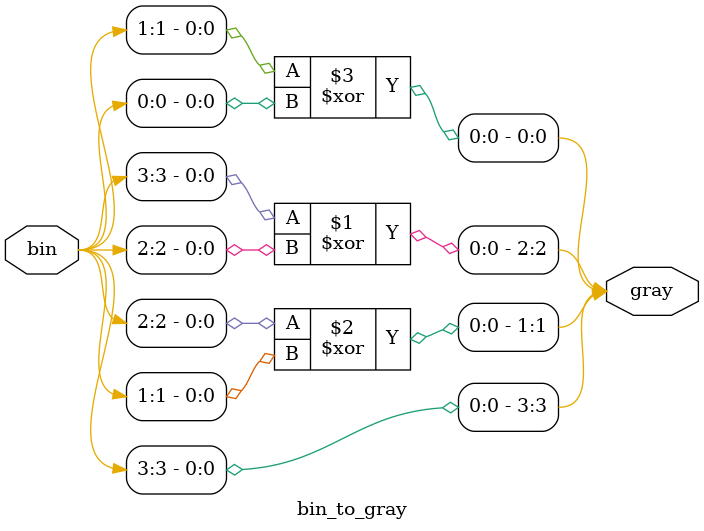
<source format=v>

module bin_to_gray(input [3:0] bin,
                    output [3:0] gray
                    );

                    assign gray[3] = bin[3];
                    assign gray[2] = bin[3] ^ bin[2];
                    assign gray[1] = bin[2] ^ bin[1];
                    assign gray[0] = bin[1] ^ bin[0];

endmodule
</source>
